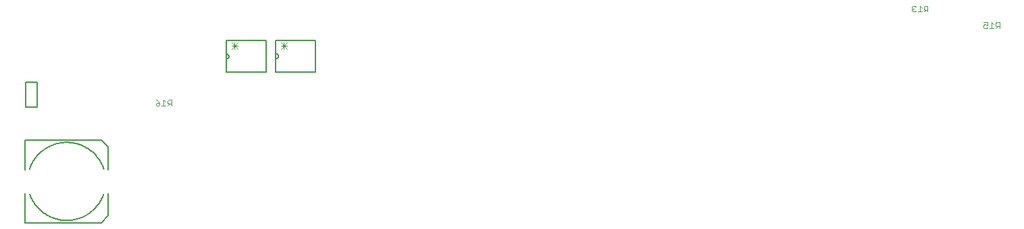
<source format=gbo>
G75*
%MOIN*%
%OFA0B0*%
%FSLAX25Y25*%
%IPPOS*%
%LPD*%
%AMOC8*
5,1,8,0,0,1.08239X$1,22.5*
%
%ADD10C,0.00600*%
%ADD11C,0.00300*%
%ADD12C,0.00800*%
D10*
X0123215Y0185768D02*
X0128825Y0185768D01*
X0128825Y0197925D01*
X0123215Y0197925D01*
X0123215Y0185768D01*
X0222245Y0203062D02*
X0222245Y0209662D01*
X0222245Y0212062D01*
X0222245Y0218662D01*
X0241845Y0218662D01*
X0241845Y0203062D01*
X0222245Y0203062D01*
X0222245Y0209662D02*
X0222314Y0209664D01*
X0222382Y0209670D01*
X0222450Y0209680D01*
X0222517Y0209693D01*
X0222583Y0209711D01*
X0222648Y0209732D01*
X0222712Y0209757D01*
X0222774Y0209785D01*
X0222835Y0209817D01*
X0222894Y0209852D01*
X0222950Y0209891D01*
X0223005Y0209933D01*
X0223056Y0209978D01*
X0223106Y0210026D01*
X0223152Y0210076D01*
X0223195Y0210129D01*
X0223236Y0210185D01*
X0223273Y0210242D01*
X0223306Y0210302D01*
X0223337Y0210364D01*
X0223363Y0210427D01*
X0223386Y0210491D01*
X0223406Y0210557D01*
X0223421Y0210624D01*
X0223433Y0210691D01*
X0223441Y0210759D01*
X0223445Y0210828D01*
X0223445Y0210896D01*
X0223441Y0210965D01*
X0223433Y0211033D01*
X0223421Y0211100D01*
X0223406Y0211167D01*
X0223386Y0211233D01*
X0223363Y0211297D01*
X0223337Y0211360D01*
X0223306Y0211422D01*
X0223273Y0211482D01*
X0223236Y0211539D01*
X0223195Y0211595D01*
X0223152Y0211648D01*
X0223106Y0211698D01*
X0223056Y0211746D01*
X0223005Y0211791D01*
X0222950Y0211833D01*
X0222894Y0211872D01*
X0222835Y0211907D01*
X0222774Y0211939D01*
X0222712Y0211967D01*
X0222648Y0211992D01*
X0222583Y0212013D01*
X0222517Y0212031D01*
X0222450Y0212044D01*
X0222382Y0212054D01*
X0222314Y0212060D01*
X0222245Y0212062D01*
X0246655Y0212062D02*
X0246655Y0209662D01*
X0246655Y0203062D01*
X0266255Y0203062D01*
X0266255Y0218662D01*
X0246655Y0218662D01*
X0246655Y0212062D01*
X0246724Y0212060D01*
X0246792Y0212054D01*
X0246860Y0212044D01*
X0246927Y0212031D01*
X0246993Y0212013D01*
X0247058Y0211992D01*
X0247122Y0211967D01*
X0247184Y0211939D01*
X0247245Y0211907D01*
X0247304Y0211872D01*
X0247360Y0211833D01*
X0247415Y0211791D01*
X0247466Y0211746D01*
X0247516Y0211698D01*
X0247562Y0211648D01*
X0247605Y0211595D01*
X0247646Y0211539D01*
X0247683Y0211482D01*
X0247716Y0211422D01*
X0247747Y0211360D01*
X0247773Y0211297D01*
X0247796Y0211233D01*
X0247816Y0211167D01*
X0247831Y0211100D01*
X0247843Y0211033D01*
X0247851Y0210965D01*
X0247855Y0210896D01*
X0247855Y0210828D01*
X0247851Y0210759D01*
X0247843Y0210691D01*
X0247831Y0210624D01*
X0247816Y0210557D01*
X0247796Y0210491D01*
X0247773Y0210427D01*
X0247747Y0210364D01*
X0247716Y0210302D01*
X0247683Y0210242D01*
X0247646Y0210185D01*
X0247605Y0210129D01*
X0247562Y0210076D01*
X0247516Y0210026D01*
X0247466Y0209978D01*
X0247415Y0209933D01*
X0247360Y0209891D01*
X0247304Y0209852D01*
X0247245Y0209817D01*
X0247184Y0209785D01*
X0247122Y0209757D01*
X0247058Y0209732D01*
X0246993Y0209711D01*
X0246927Y0209693D01*
X0246860Y0209680D01*
X0246792Y0209670D01*
X0246724Y0209664D01*
X0246655Y0209662D01*
D11*
X0249086Y0214503D02*
X0252222Y0217639D01*
X0252222Y0216071D02*
X0249086Y0216071D01*
X0249086Y0217639D02*
X0252222Y0214503D01*
X0250654Y0214503D02*
X0250654Y0217639D01*
X0227812Y0217639D02*
X0224676Y0214503D01*
X0224676Y0216071D02*
X0227812Y0216071D01*
X0227812Y0214503D02*
X0224676Y0217639D01*
X0226244Y0217639D02*
X0226244Y0214503D01*
X0195203Y0189199D02*
X0193752Y0189199D01*
X0193268Y0188715D01*
X0193268Y0187748D01*
X0193752Y0187264D01*
X0195203Y0187264D01*
X0194236Y0187264D02*
X0193268Y0186296D01*
X0192257Y0186296D02*
X0190322Y0186296D01*
X0191289Y0186296D02*
X0191289Y0189199D01*
X0192257Y0188231D01*
X0189310Y0187748D02*
X0187859Y0187748D01*
X0187375Y0187264D01*
X0187375Y0186780D01*
X0187859Y0186296D01*
X0188827Y0186296D01*
X0189310Y0186780D01*
X0189310Y0187748D01*
X0188343Y0188715D01*
X0187375Y0189199D01*
X0195203Y0189199D02*
X0195203Y0186296D01*
X0560504Y0233366D02*
X0560988Y0232882D01*
X0561956Y0232882D01*
X0562439Y0233366D01*
X0563451Y0232882D02*
X0565386Y0232882D01*
X0564418Y0232882D02*
X0564418Y0235785D01*
X0565386Y0234817D01*
X0566397Y0234334D02*
X0566881Y0233850D01*
X0568332Y0233850D01*
X0567365Y0233850D02*
X0566397Y0232882D01*
X0566397Y0234334D02*
X0566397Y0235301D01*
X0566881Y0235785D01*
X0568332Y0235785D01*
X0568332Y0232882D01*
X0562439Y0235301D02*
X0561956Y0235785D01*
X0560988Y0235785D01*
X0560504Y0235301D01*
X0560504Y0234817D01*
X0560988Y0234334D01*
X0560504Y0233850D01*
X0560504Y0233366D01*
X0560988Y0234334D02*
X0561472Y0234334D01*
X0595840Y0227585D02*
X0597775Y0227585D01*
X0597775Y0226134D01*
X0596807Y0226617D01*
X0596324Y0226617D01*
X0595840Y0226134D01*
X0595840Y0225166D01*
X0596324Y0224682D01*
X0597291Y0224682D01*
X0597775Y0225166D01*
X0598786Y0224682D02*
X0600721Y0224682D01*
X0599754Y0224682D02*
X0599754Y0227585D01*
X0600721Y0226617D01*
X0601733Y0226134D02*
X0602217Y0225650D01*
X0603668Y0225650D01*
X0602700Y0225650D02*
X0601733Y0224682D01*
X0601733Y0226134D02*
X0601733Y0227101D01*
X0602217Y0227585D01*
X0603668Y0227585D01*
X0603668Y0224682D01*
D12*
X0160337Y0128461D02*
X0122935Y0128461D01*
X0122935Y0143028D01*
X0125100Y0142831D02*
X0125255Y0142384D01*
X0125421Y0141942D01*
X0125598Y0141503D01*
X0125785Y0141069D01*
X0125983Y0140640D01*
X0126191Y0140216D01*
X0126410Y0139797D01*
X0126638Y0139384D01*
X0126877Y0138976D01*
X0127126Y0138574D01*
X0127385Y0138178D01*
X0127653Y0137789D01*
X0127931Y0137407D01*
X0128217Y0137031D01*
X0128513Y0136663D01*
X0128818Y0136302D01*
X0129132Y0135948D01*
X0129454Y0135603D01*
X0129785Y0135265D01*
X0130124Y0134936D01*
X0130471Y0134614D01*
X0130825Y0134302D01*
X0131187Y0133998D01*
X0131556Y0133703D01*
X0131933Y0133418D01*
X0132316Y0133141D01*
X0132706Y0132875D01*
X0133103Y0132617D01*
X0133506Y0132370D01*
X0133914Y0132132D01*
X0134328Y0131905D01*
X0134748Y0131688D01*
X0135173Y0131481D01*
X0135603Y0131285D01*
X0136037Y0131099D01*
X0136476Y0130924D01*
X0136919Y0130759D01*
X0137366Y0130606D01*
X0137817Y0130463D01*
X0138271Y0130332D01*
X0138728Y0130212D01*
X0139188Y0130103D01*
X0139650Y0130005D01*
X0140115Y0129919D01*
X0140582Y0129844D01*
X0141050Y0129781D01*
X0141520Y0129729D01*
X0141990Y0129688D01*
X0142462Y0129659D01*
X0142934Y0129642D01*
X0143407Y0129636D01*
X0143880Y0129642D01*
X0144352Y0129659D01*
X0144824Y0129688D01*
X0145294Y0129729D01*
X0145764Y0129781D01*
X0146232Y0129844D01*
X0146699Y0129919D01*
X0147164Y0130005D01*
X0147626Y0130103D01*
X0148086Y0130212D01*
X0148543Y0130332D01*
X0148997Y0130463D01*
X0149448Y0130606D01*
X0149895Y0130759D01*
X0150338Y0130924D01*
X0150777Y0131099D01*
X0151211Y0131285D01*
X0151641Y0131481D01*
X0152066Y0131688D01*
X0152486Y0131905D01*
X0152900Y0132132D01*
X0153308Y0132370D01*
X0153711Y0132617D01*
X0154108Y0132875D01*
X0154498Y0133141D01*
X0154881Y0133418D01*
X0155258Y0133703D01*
X0155627Y0133998D01*
X0155989Y0134302D01*
X0156343Y0134614D01*
X0156690Y0134936D01*
X0157029Y0135265D01*
X0157360Y0135603D01*
X0157682Y0135948D01*
X0157996Y0136302D01*
X0158301Y0136663D01*
X0158597Y0137031D01*
X0158883Y0137407D01*
X0159161Y0137789D01*
X0159429Y0138178D01*
X0159688Y0138574D01*
X0159937Y0138976D01*
X0160176Y0139384D01*
X0160404Y0139797D01*
X0160623Y0140216D01*
X0160831Y0140640D01*
X0161029Y0141069D01*
X0161216Y0141503D01*
X0161393Y0141942D01*
X0161559Y0142384D01*
X0161714Y0142831D01*
X0163880Y0143028D02*
X0163880Y0132004D01*
X0160337Y0128461D01*
X0161714Y0155035D02*
X0161559Y0155482D01*
X0161393Y0155924D01*
X0161216Y0156363D01*
X0161029Y0156797D01*
X0160831Y0157226D01*
X0160623Y0157650D01*
X0160404Y0158069D01*
X0160176Y0158482D01*
X0159937Y0158890D01*
X0159688Y0159292D01*
X0159429Y0159688D01*
X0159161Y0160077D01*
X0158883Y0160459D01*
X0158597Y0160835D01*
X0158301Y0161203D01*
X0157996Y0161564D01*
X0157682Y0161918D01*
X0157360Y0162263D01*
X0157029Y0162601D01*
X0156690Y0162930D01*
X0156343Y0163252D01*
X0155989Y0163564D01*
X0155627Y0163868D01*
X0155258Y0164163D01*
X0154881Y0164448D01*
X0154498Y0164725D01*
X0154108Y0164991D01*
X0153711Y0165249D01*
X0153308Y0165496D01*
X0152900Y0165734D01*
X0152486Y0165961D01*
X0152066Y0166178D01*
X0151641Y0166385D01*
X0151211Y0166581D01*
X0150777Y0166767D01*
X0150338Y0166942D01*
X0149895Y0167107D01*
X0149448Y0167260D01*
X0148997Y0167403D01*
X0148543Y0167534D01*
X0148086Y0167654D01*
X0147626Y0167763D01*
X0147164Y0167861D01*
X0146699Y0167947D01*
X0146232Y0168022D01*
X0145764Y0168085D01*
X0145294Y0168137D01*
X0144824Y0168178D01*
X0144352Y0168207D01*
X0143880Y0168224D01*
X0143407Y0168230D01*
X0142934Y0168224D01*
X0142462Y0168207D01*
X0141990Y0168178D01*
X0141520Y0168137D01*
X0141050Y0168085D01*
X0140582Y0168022D01*
X0140115Y0167947D01*
X0139650Y0167861D01*
X0139188Y0167763D01*
X0138728Y0167654D01*
X0138271Y0167534D01*
X0137817Y0167403D01*
X0137366Y0167260D01*
X0136919Y0167107D01*
X0136476Y0166942D01*
X0136037Y0166767D01*
X0135603Y0166581D01*
X0135173Y0166385D01*
X0134748Y0166178D01*
X0134328Y0165961D01*
X0133914Y0165734D01*
X0133506Y0165496D01*
X0133103Y0165249D01*
X0132706Y0164991D01*
X0132316Y0164725D01*
X0131933Y0164448D01*
X0131556Y0164163D01*
X0131187Y0163868D01*
X0130825Y0163564D01*
X0130471Y0163252D01*
X0130124Y0162930D01*
X0129785Y0162601D01*
X0129454Y0162263D01*
X0129132Y0161918D01*
X0128818Y0161564D01*
X0128513Y0161203D01*
X0128217Y0160835D01*
X0127931Y0160459D01*
X0127653Y0160077D01*
X0127385Y0159688D01*
X0127126Y0159292D01*
X0126877Y0158890D01*
X0126638Y0158482D01*
X0126410Y0158069D01*
X0126191Y0157650D01*
X0125983Y0157226D01*
X0125785Y0156797D01*
X0125598Y0156363D01*
X0125421Y0155924D01*
X0125255Y0155482D01*
X0125100Y0155035D01*
X0122935Y0154839D02*
X0122935Y0169406D01*
X0160337Y0169406D01*
X0163880Y0165862D01*
X0163880Y0154839D01*
M02*

</source>
